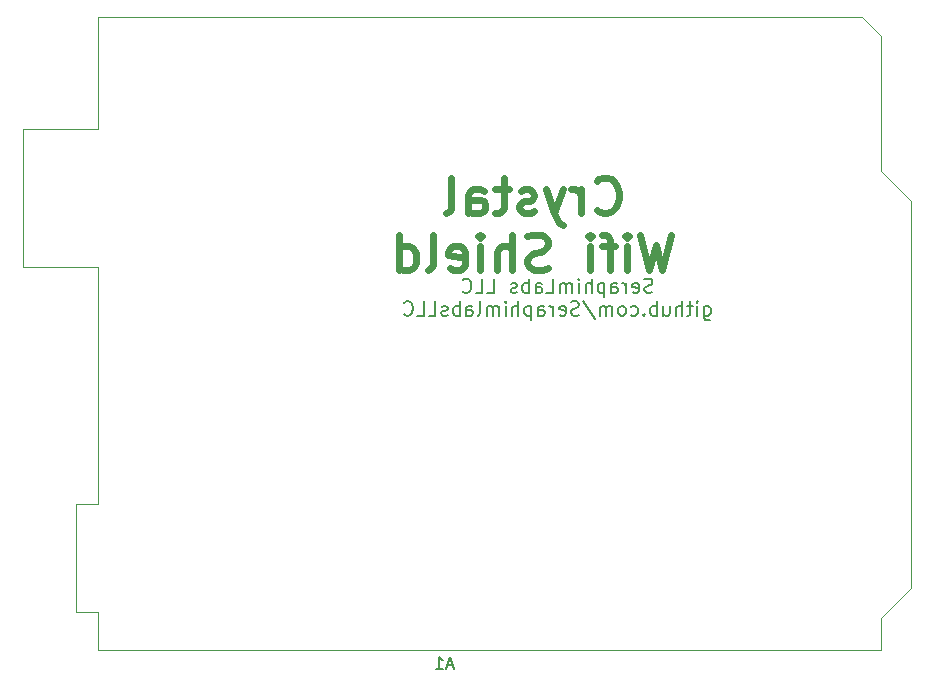
<source format=gbr>
%TF.GenerationSoftware,KiCad,Pcbnew,7.0.6*%
%TF.CreationDate,2024-01-13T17:51:29-05:00*%
%TF.ProjectId,Crystal Shield,43727973-7461-46c2-9053-6869656c642e,rev?*%
%TF.SameCoordinates,PX1312d00PY1312d00*%
%TF.FileFunction,Legend,Bot*%
%TF.FilePolarity,Positive*%
%FSLAX46Y46*%
G04 Gerber Fmt 4.6, Leading zero omitted, Abs format (unit mm)*
G04 Created by KiCad (PCBNEW 7.0.6) date 2024-01-13 17:51:29*
%MOMM*%
%LPD*%
G01*
G04 APERTURE LIST*
%ADD10C,0.600000*%
%ADD11C,0.150000*%
%ADD12C,0.120000*%
G04 APERTURE END LIST*
D10*
X42337142Y-16445942D02*
X42479999Y-16588800D01*
X42479999Y-16588800D02*
X42908571Y-16731657D01*
X42908571Y-16731657D02*
X43194285Y-16731657D01*
X43194285Y-16731657D02*
X43622856Y-16588800D01*
X43622856Y-16588800D02*
X43908571Y-16303085D01*
X43908571Y-16303085D02*
X44051428Y-16017371D01*
X44051428Y-16017371D02*
X44194285Y-15445942D01*
X44194285Y-15445942D02*
X44194285Y-15017371D01*
X44194285Y-15017371D02*
X44051428Y-14445942D01*
X44051428Y-14445942D02*
X43908571Y-14160228D01*
X43908571Y-14160228D02*
X43622856Y-13874514D01*
X43622856Y-13874514D02*
X43194285Y-13731657D01*
X43194285Y-13731657D02*
X42908571Y-13731657D01*
X42908571Y-13731657D02*
X42479999Y-13874514D01*
X42479999Y-13874514D02*
X42337142Y-14017371D01*
X41051428Y-16731657D02*
X41051428Y-14731657D01*
X41051428Y-15303085D02*
X40908571Y-15017371D01*
X40908571Y-15017371D02*
X40765714Y-14874514D01*
X40765714Y-14874514D02*
X40479999Y-14731657D01*
X40479999Y-14731657D02*
X40194285Y-14731657D01*
X39479999Y-14731657D02*
X38765713Y-16731657D01*
X38051428Y-14731657D02*
X38765713Y-16731657D01*
X38765713Y-16731657D02*
X39051428Y-17445942D01*
X39051428Y-17445942D02*
X39194285Y-17588800D01*
X39194285Y-17588800D02*
X39479999Y-17731657D01*
X37051428Y-16588800D02*
X36765714Y-16731657D01*
X36765714Y-16731657D02*
X36194285Y-16731657D01*
X36194285Y-16731657D02*
X35908571Y-16588800D01*
X35908571Y-16588800D02*
X35765714Y-16303085D01*
X35765714Y-16303085D02*
X35765714Y-16160228D01*
X35765714Y-16160228D02*
X35908571Y-15874514D01*
X35908571Y-15874514D02*
X36194285Y-15731657D01*
X36194285Y-15731657D02*
X36622857Y-15731657D01*
X36622857Y-15731657D02*
X36908571Y-15588800D01*
X36908571Y-15588800D02*
X37051428Y-15303085D01*
X37051428Y-15303085D02*
X37051428Y-15160228D01*
X37051428Y-15160228D02*
X36908571Y-14874514D01*
X36908571Y-14874514D02*
X36622857Y-14731657D01*
X36622857Y-14731657D02*
X36194285Y-14731657D01*
X36194285Y-14731657D02*
X35908571Y-14874514D01*
X34908571Y-14731657D02*
X33765714Y-14731657D01*
X34480000Y-13731657D02*
X34480000Y-16303085D01*
X34480000Y-16303085D02*
X34337143Y-16588800D01*
X34337143Y-16588800D02*
X34051428Y-16731657D01*
X34051428Y-16731657D02*
X33765714Y-16731657D01*
X31480000Y-16731657D02*
X31480000Y-15160228D01*
X31480000Y-15160228D02*
X31622857Y-14874514D01*
X31622857Y-14874514D02*
X31908571Y-14731657D01*
X31908571Y-14731657D02*
X32480000Y-14731657D01*
X32480000Y-14731657D02*
X32765714Y-14874514D01*
X31480000Y-16588800D02*
X31765714Y-16731657D01*
X31765714Y-16731657D02*
X32480000Y-16731657D01*
X32480000Y-16731657D02*
X32765714Y-16588800D01*
X32765714Y-16588800D02*
X32908571Y-16303085D01*
X32908571Y-16303085D02*
X32908571Y-16017371D01*
X32908571Y-16017371D02*
X32765714Y-15731657D01*
X32765714Y-15731657D02*
X32480000Y-15588800D01*
X32480000Y-15588800D02*
X31765714Y-15588800D01*
X31765714Y-15588800D02*
X31480000Y-15445942D01*
X29622856Y-16731657D02*
X29908571Y-16588800D01*
X29908571Y-16588800D02*
X30051428Y-16303085D01*
X30051428Y-16303085D02*
X30051428Y-13731657D01*
X48622856Y-18561657D02*
X47908570Y-21561657D01*
X47908570Y-21561657D02*
X47337142Y-19418800D01*
X47337142Y-19418800D02*
X46765713Y-21561657D01*
X46765713Y-21561657D02*
X46051428Y-18561657D01*
X44908571Y-21561657D02*
X44908571Y-19561657D01*
X44908571Y-18561657D02*
X45051428Y-18704514D01*
X45051428Y-18704514D02*
X44908571Y-18847371D01*
X44908571Y-18847371D02*
X44765714Y-18704514D01*
X44765714Y-18704514D02*
X44908571Y-18561657D01*
X44908571Y-18561657D02*
X44908571Y-18847371D01*
X43908571Y-19561657D02*
X42765714Y-19561657D01*
X43480000Y-21561657D02*
X43480000Y-18990228D01*
X43480000Y-18990228D02*
X43337143Y-18704514D01*
X43337143Y-18704514D02*
X43051428Y-18561657D01*
X43051428Y-18561657D02*
X42765714Y-18561657D01*
X41765714Y-21561657D02*
X41765714Y-19561657D01*
X41765714Y-18561657D02*
X41908571Y-18704514D01*
X41908571Y-18704514D02*
X41765714Y-18847371D01*
X41765714Y-18847371D02*
X41622857Y-18704514D01*
X41622857Y-18704514D02*
X41765714Y-18561657D01*
X41765714Y-18561657D02*
X41765714Y-18847371D01*
X38194286Y-21418800D02*
X37765715Y-21561657D01*
X37765715Y-21561657D02*
X37051429Y-21561657D01*
X37051429Y-21561657D02*
X36765715Y-21418800D01*
X36765715Y-21418800D02*
X36622857Y-21275942D01*
X36622857Y-21275942D02*
X36480000Y-20990228D01*
X36480000Y-20990228D02*
X36480000Y-20704514D01*
X36480000Y-20704514D02*
X36622857Y-20418800D01*
X36622857Y-20418800D02*
X36765715Y-20275942D01*
X36765715Y-20275942D02*
X37051429Y-20133085D01*
X37051429Y-20133085D02*
X37622857Y-19990228D01*
X37622857Y-19990228D02*
X37908572Y-19847371D01*
X37908572Y-19847371D02*
X38051429Y-19704514D01*
X38051429Y-19704514D02*
X38194286Y-19418800D01*
X38194286Y-19418800D02*
X38194286Y-19133085D01*
X38194286Y-19133085D02*
X38051429Y-18847371D01*
X38051429Y-18847371D02*
X37908572Y-18704514D01*
X37908572Y-18704514D02*
X37622857Y-18561657D01*
X37622857Y-18561657D02*
X36908572Y-18561657D01*
X36908572Y-18561657D02*
X36480000Y-18704514D01*
X35194286Y-21561657D02*
X35194286Y-18561657D01*
X33908572Y-21561657D02*
X33908572Y-19990228D01*
X33908572Y-19990228D02*
X34051429Y-19704514D01*
X34051429Y-19704514D02*
X34337143Y-19561657D01*
X34337143Y-19561657D02*
X34765714Y-19561657D01*
X34765714Y-19561657D02*
X35051429Y-19704514D01*
X35051429Y-19704514D02*
X35194286Y-19847371D01*
X32480000Y-21561657D02*
X32480000Y-19561657D01*
X32480000Y-18561657D02*
X32622857Y-18704514D01*
X32622857Y-18704514D02*
X32480000Y-18847371D01*
X32480000Y-18847371D02*
X32337143Y-18704514D01*
X32337143Y-18704514D02*
X32480000Y-18561657D01*
X32480000Y-18561657D02*
X32480000Y-18847371D01*
X29908572Y-21418800D02*
X30194286Y-21561657D01*
X30194286Y-21561657D02*
X30765715Y-21561657D01*
X30765715Y-21561657D02*
X31051429Y-21418800D01*
X31051429Y-21418800D02*
X31194286Y-21133085D01*
X31194286Y-21133085D02*
X31194286Y-19990228D01*
X31194286Y-19990228D02*
X31051429Y-19704514D01*
X31051429Y-19704514D02*
X30765715Y-19561657D01*
X30765715Y-19561657D02*
X30194286Y-19561657D01*
X30194286Y-19561657D02*
X29908572Y-19704514D01*
X29908572Y-19704514D02*
X29765715Y-19990228D01*
X29765715Y-19990228D02*
X29765715Y-20275942D01*
X29765715Y-20275942D02*
X31194286Y-20561657D01*
X28051428Y-21561657D02*
X28337143Y-21418800D01*
X28337143Y-21418800D02*
X28480000Y-21133085D01*
X28480000Y-21133085D02*
X28480000Y-18561657D01*
X25622857Y-21561657D02*
X25622857Y-18561657D01*
X25622857Y-21418800D02*
X25908571Y-21561657D01*
X25908571Y-21561657D02*
X26479999Y-21561657D01*
X26479999Y-21561657D02*
X26765714Y-21418800D01*
X26765714Y-21418800D02*
X26908571Y-21275942D01*
X26908571Y-21275942D02*
X27051428Y-20990228D01*
X27051428Y-20990228D02*
X27051428Y-20133085D01*
X27051428Y-20133085D02*
X26908571Y-19847371D01*
X26908571Y-19847371D02*
X26765714Y-19704514D01*
X26765714Y-19704514D02*
X26479999Y-19561657D01*
X26479999Y-19561657D02*
X25908571Y-19561657D01*
X25908571Y-19561657D02*
X25622857Y-19704514D01*
D11*
X47058571Y-23416200D02*
X46887143Y-23473342D01*
X46887143Y-23473342D02*
X46601428Y-23473342D01*
X46601428Y-23473342D02*
X46487143Y-23416200D01*
X46487143Y-23416200D02*
X46430000Y-23359057D01*
X46430000Y-23359057D02*
X46372857Y-23244771D01*
X46372857Y-23244771D02*
X46372857Y-23130485D01*
X46372857Y-23130485D02*
X46430000Y-23016200D01*
X46430000Y-23016200D02*
X46487143Y-22959057D01*
X46487143Y-22959057D02*
X46601428Y-22901914D01*
X46601428Y-22901914D02*
X46830000Y-22844771D01*
X46830000Y-22844771D02*
X46944285Y-22787628D01*
X46944285Y-22787628D02*
X47001428Y-22730485D01*
X47001428Y-22730485D02*
X47058571Y-22616200D01*
X47058571Y-22616200D02*
X47058571Y-22501914D01*
X47058571Y-22501914D02*
X47001428Y-22387628D01*
X47001428Y-22387628D02*
X46944285Y-22330485D01*
X46944285Y-22330485D02*
X46830000Y-22273342D01*
X46830000Y-22273342D02*
X46544285Y-22273342D01*
X46544285Y-22273342D02*
X46372857Y-22330485D01*
X45401428Y-23416200D02*
X45515714Y-23473342D01*
X45515714Y-23473342D02*
X45744286Y-23473342D01*
X45744286Y-23473342D02*
X45858571Y-23416200D01*
X45858571Y-23416200D02*
X45915714Y-23301914D01*
X45915714Y-23301914D02*
X45915714Y-22844771D01*
X45915714Y-22844771D02*
X45858571Y-22730485D01*
X45858571Y-22730485D02*
X45744286Y-22673342D01*
X45744286Y-22673342D02*
X45515714Y-22673342D01*
X45515714Y-22673342D02*
X45401428Y-22730485D01*
X45401428Y-22730485D02*
X45344286Y-22844771D01*
X45344286Y-22844771D02*
X45344286Y-22959057D01*
X45344286Y-22959057D02*
X45915714Y-23073342D01*
X44830000Y-23473342D02*
X44830000Y-22673342D01*
X44830000Y-22901914D02*
X44772857Y-22787628D01*
X44772857Y-22787628D02*
X44715715Y-22730485D01*
X44715715Y-22730485D02*
X44601429Y-22673342D01*
X44601429Y-22673342D02*
X44487143Y-22673342D01*
X43572858Y-23473342D02*
X43572858Y-22844771D01*
X43572858Y-22844771D02*
X43630000Y-22730485D01*
X43630000Y-22730485D02*
X43744286Y-22673342D01*
X43744286Y-22673342D02*
X43972858Y-22673342D01*
X43972858Y-22673342D02*
X44087143Y-22730485D01*
X43572858Y-23416200D02*
X43687143Y-23473342D01*
X43687143Y-23473342D02*
X43972858Y-23473342D01*
X43972858Y-23473342D02*
X44087143Y-23416200D01*
X44087143Y-23416200D02*
X44144286Y-23301914D01*
X44144286Y-23301914D02*
X44144286Y-23187628D01*
X44144286Y-23187628D02*
X44087143Y-23073342D01*
X44087143Y-23073342D02*
X43972858Y-23016200D01*
X43972858Y-23016200D02*
X43687143Y-23016200D01*
X43687143Y-23016200D02*
X43572858Y-22959057D01*
X43001429Y-22673342D02*
X43001429Y-23873342D01*
X43001429Y-22730485D02*
X42887144Y-22673342D01*
X42887144Y-22673342D02*
X42658572Y-22673342D01*
X42658572Y-22673342D02*
X42544286Y-22730485D01*
X42544286Y-22730485D02*
X42487144Y-22787628D01*
X42487144Y-22787628D02*
X42430001Y-22901914D01*
X42430001Y-22901914D02*
X42430001Y-23244771D01*
X42430001Y-23244771D02*
X42487144Y-23359057D01*
X42487144Y-23359057D02*
X42544286Y-23416200D01*
X42544286Y-23416200D02*
X42658572Y-23473342D01*
X42658572Y-23473342D02*
X42887144Y-23473342D01*
X42887144Y-23473342D02*
X43001429Y-23416200D01*
X41915715Y-23473342D02*
X41915715Y-22273342D01*
X41401430Y-23473342D02*
X41401430Y-22844771D01*
X41401430Y-22844771D02*
X41458572Y-22730485D01*
X41458572Y-22730485D02*
X41572858Y-22673342D01*
X41572858Y-22673342D02*
X41744287Y-22673342D01*
X41744287Y-22673342D02*
X41858572Y-22730485D01*
X41858572Y-22730485D02*
X41915715Y-22787628D01*
X40830001Y-23473342D02*
X40830001Y-22673342D01*
X40830001Y-22273342D02*
X40887144Y-22330485D01*
X40887144Y-22330485D02*
X40830001Y-22387628D01*
X40830001Y-22387628D02*
X40772858Y-22330485D01*
X40772858Y-22330485D02*
X40830001Y-22273342D01*
X40830001Y-22273342D02*
X40830001Y-22387628D01*
X40258572Y-23473342D02*
X40258572Y-22673342D01*
X40258572Y-22787628D02*
X40201429Y-22730485D01*
X40201429Y-22730485D02*
X40087144Y-22673342D01*
X40087144Y-22673342D02*
X39915715Y-22673342D01*
X39915715Y-22673342D02*
X39801429Y-22730485D01*
X39801429Y-22730485D02*
X39744287Y-22844771D01*
X39744287Y-22844771D02*
X39744287Y-23473342D01*
X39744287Y-22844771D02*
X39687144Y-22730485D01*
X39687144Y-22730485D02*
X39572858Y-22673342D01*
X39572858Y-22673342D02*
X39401429Y-22673342D01*
X39401429Y-22673342D02*
X39287144Y-22730485D01*
X39287144Y-22730485D02*
X39230001Y-22844771D01*
X39230001Y-22844771D02*
X39230001Y-23473342D01*
X38087144Y-23473342D02*
X38658572Y-23473342D01*
X38658572Y-23473342D02*
X38658572Y-22273342D01*
X37172858Y-23473342D02*
X37172858Y-22844771D01*
X37172858Y-22844771D02*
X37230000Y-22730485D01*
X37230000Y-22730485D02*
X37344286Y-22673342D01*
X37344286Y-22673342D02*
X37572858Y-22673342D01*
X37572858Y-22673342D02*
X37687143Y-22730485D01*
X37172858Y-23416200D02*
X37287143Y-23473342D01*
X37287143Y-23473342D02*
X37572858Y-23473342D01*
X37572858Y-23473342D02*
X37687143Y-23416200D01*
X37687143Y-23416200D02*
X37744286Y-23301914D01*
X37744286Y-23301914D02*
X37744286Y-23187628D01*
X37744286Y-23187628D02*
X37687143Y-23073342D01*
X37687143Y-23073342D02*
X37572858Y-23016200D01*
X37572858Y-23016200D02*
X37287143Y-23016200D01*
X37287143Y-23016200D02*
X37172858Y-22959057D01*
X36601429Y-23473342D02*
X36601429Y-22273342D01*
X36601429Y-22730485D02*
X36487144Y-22673342D01*
X36487144Y-22673342D02*
X36258572Y-22673342D01*
X36258572Y-22673342D02*
X36144286Y-22730485D01*
X36144286Y-22730485D02*
X36087144Y-22787628D01*
X36087144Y-22787628D02*
X36030001Y-22901914D01*
X36030001Y-22901914D02*
X36030001Y-23244771D01*
X36030001Y-23244771D02*
X36087144Y-23359057D01*
X36087144Y-23359057D02*
X36144286Y-23416200D01*
X36144286Y-23416200D02*
X36258572Y-23473342D01*
X36258572Y-23473342D02*
X36487144Y-23473342D01*
X36487144Y-23473342D02*
X36601429Y-23416200D01*
X35572858Y-23416200D02*
X35458572Y-23473342D01*
X35458572Y-23473342D02*
X35230001Y-23473342D01*
X35230001Y-23473342D02*
X35115715Y-23416200D01*
X35115715Y-23416200D02*
X35058572Y-23301914D01*
X35058572Y-23301914D02*
X35058572Y-23244771D01*
X35058572Y-23244771D02*
X35115715Y-23130485D01*
X35115715Y-23130485D02*
X35230001Y-23073342D01*
X35230001Y-23073342D02*
X35401430Y-23073342D01*
X35401430Y-23073342D02*
X35515715Y-23016200D01*
X35515715Y-23016200D02*
X35572858Y-22901914D01*
X35572858Y-22901914D02*
X35572858Y-22844771D01*
X35572858Y-22844771D02*
X35515715Y-22730485D01*
X35515715Y-22730485D02*
X35401430Y-22673342D01*
X35401430Y-22673342D02*
X35230001Y-22673342D01*
X35230001Y-22673342D02*
X35115715Y-22730485D01*
X33058572Y-23473342D02*
X33630000Y-23473342D01*
X33630000Y-23473342D02*
X33630000Y-22273342D01*
X32087143Y-23473342D02*
X32658571Y-23473342D01*
X32658571Y-23473342D02*
X32658571Y-22273342D01*
X31001428Y-23359057D02*
X31058571Y-23416200D01*
X31058571Y-23416200D02*
X31229999Y-23473342D01*
X31229999Y-23473342D02*
X31344285Y-23473342D01*
X31344285Y-23473342D02*
X31515714Y-23416200D01*
X31515714Y-23416200D02*
X31629999Y-23301914D01*
X31629999Y-23301914D02*
X31687142Y-23187628D01*
X31687142Y-23187628D02*
X31744285Y-22959057D01*
X31744285Y-22959057D02*
X31744285Y-22787628D01*
X31744285Y-22787628D02*
X31687142Y-22559057D01*
X31687142Y-22559057D02*
X31629999Y-22444771D01*
X31629999Y-22444771D02*
X31515714Y-22330485D01*
X31515714Y-22330485D02*
X31344285Y-22273342D01*
X31344285Y-22273342D02*
X31229999Y-22273342D01*
X31229999Y-22273342D02*
X31058571Y-22330485D01*
X31058571Y-22330485D02*
X31001428Y-22387628D01*
X51429999Y-24605342D02*
X51429999Y-25576771D01*
X51429999Y-25576771D02*
X51487141Y-25691057D01*
X51487141Y-25691057D02*
X51544284Y-25748200D01*
X51544284Y-25748200D02*
X51658570Y-25805342D01*
X51658570Y-25805342D02*
X51829999Y-25805342D01*
X51829999Y-25805342D02*
X51944284Y-25748200D01*
X51429999Y-25348200D02*
X51544284Y-25405342D01*
X51544284Y-25405342D02*
X51772856Y-25405342D01*
X51772856Y-25405342D02*
X51887141Y-25348200D01*
X51887141Y-25348200D02*
X51944284Y-25291057D01*
X51944284Y-25291057D02*
X52001427Y-25176771D01*
X52001427Y-25176771D02*
X52001427Y-24833914D01*
X52001427Y-24833914D02*
X51944284Y-24719628D01*
X51944284Y-24719628D02*
X51887141Y-24662485D01*
X51887141Y-24662485D02*
X51772856Y-24605342D01*
X51772856Y-24605342D02*
X51544284Y-24605342D01*
X51544284Y-24605342D02*
X51429999Y-24662485D01*
X50858570Y-25405342D02*
X50858570Y-24605342D01*
X50858570Y-24205342D02*
X50915713Y-24262485D01*
X50915713Y-24262485D02*
X50858570Y-24319628D01*
X50858570Y-24319628D02*
X50801427Y-24262485D01*
X50801427Y-24262485D02*
X50858570Y-24205342D01*
X50858570Y-24205342D02*
X50858570Y-24319628D01*
X50458570Y-24605342D02*
X50001427Y-24605342D01*
X50287141Y-24205342D02*
X50287141Y-25233914D01*
X50287141Y-25233914D02*
X50229998Y-25348200D01*
X50229998Y-25348200D02*
X50115713Y-25405342D01*
X50115713Y-25405342D02*
X50001427Y-25405342D01*
X49601427Y-25405342D02*
X49601427Y-24205342D01*
X49087142Y-25405342D02*
X49087142Y-24776771D01*
X49087142Y-24776771D02*
X49144284Y-24662485D01*
X49144284Y-24662485D02*
X49258570Y-24605342D01*
X49258570Y-24605342D02*
X49429999Y-24605342D01*
X49429999Y-24605342D02*
X49544284Y-24662485D01*
X49544284Y-24662485D02*
X49601427Y-24719628D01*
X48001428Y-24605342D02*
X48001428Y-25405342D01*
X48515713Y-24605342D02*
X48515713Y-25233914D01*
X48515713Y-25233914D02*
X48458570Y-25348200D01*
X48458570Y-25348200D02*
X48344285Y-25405342D01*
X48344285Y-25405342D02*
X48172856Y-25405342D01*
X48172856Y-25405342D02*
X48058570Y-25348200D01*
X48058570Y-25348200D02*
X48001428Y-25291057D01*
X47429999Y-25405342D02*
X47429999Y-24205342D01*
X47429999Y-24662485D02*
X47315714Y-24605342D01*
X47315714Y-24605342D02*
X47087142Y-24605342D01*
X47087142Y-24605342D02*
X46972856Y-24662485D01*
X46972856Y-24662485D02*
X46915714Y-24719628D01*
X46915714Y-24719628D02*
X46858571Y-24833914D01*
X46858571Y-24833914D02*
X46858571Y-25176771D01*
X46858571Y-25176771D02*
X46915714Y-25291057D01*
X46915714Y-25291057D02*
X46972856Y-25348200D01*
X46972856Y-25348200D02*
X47087142Y-25405342D01*
X47087142Y-25405342D02*
X47315714Y-25405342D01*
X47315714Y-25405342D02*
X47429999Y-25348200D01*
X46344285Y-25291057D02*
X46287142Y-25348200D01*
X46287142Y-25348200D02*
X46344285Y-25405342D01*
X46344285Y-25405342D02*
X46401428Y-25348200D01*
X46401428Y-25348200D02*
X46344285Y-25291057D01*
X46344285Y-25291057D02*
X46344285Y-25405342D01*
X45258571Y-25348200D02*
X45372856Y-25405342D01*
X45372856Y-25405342D02*
X45601428Y-25405342D01*
X45601428Y-25405342D02*
X45715713Y-25348200D01*
X45715713Y-25348200D02*
X45772856Y-25291057D01*
X45772856Y-25291057D02*
X45829999Y-25176771D01*
X45829999Y-25176771D02*
X45829999Y-24833914D01*
X45829999Y-24833914D02*
X45772856Y-24719628D01*
X45772856Y-24719628D02*
X45715713Y-24662485D01*
X45715713Y-24662485D02*
X45601428Y-24605342D01*
X45601428Y-24605342D02*
X45372856Y-24605342D01*
X45372856Y-24605342D02*
X45258571Y-24662485D01*
X44572857Y-25405342D02*
X44687142Y-25348200D01*
X44687142Y-25348200D02*
X44744285Y-25291057D01*
X44744285Y-25291057D02*
X44801428Y-25176771D01*
X44801428Y-25176771D02*
X44801428Y-24833914D01*
X44801428Y-24833914D02*
X44744285Y-24719628D01*
X44744285Y-24719628D02*
X44687142Y-24662485D01*
X44687142Y-24662485D02*
X44572857Y-24605342D01*
X44572857Y-24605342D02*
X44401428Y-24605342D01*
X44401428Y-24605342D02*
X44287142Y-24662485D01*
X44287142Y-24662485D02*
X44230000Y-24719628D01*
X44230000Y-24719628D02*
X44172857Y-24833914D01*
X44172857Y-24833914D02*
X44172857Y-25176771D01*
X44172857Y-25176771D02*
X44230000Y-25291057D01*
X44230000Y-25291057D02*
X44287142Y-25348200D01*
X44287142Y-25348200D02*
X44401428Y-25405342D01*
X44401428Y-25405342D02*
X44572857Y-25405342D01*
X43658571Y-25405342D02*
X43658571Y-24605342D01*
X43658571Y-24719628D02*
X43601428Y-24662485D01*
X43601428Y-24662485D02*
X43487143Y-24605342D01*
X43487143Y-24605342D02*
X43315714Y-24605342D01*
X43315714Y-24605342D02*
X43201428Y-24662485D01*
X43201428Y-24662485D02*
X43144286Y-24776771D01*
X43144286Y-24776771D02*
X43144286Y-25405342D01*
X43144286Y-24776771D02*
X43087143Y-24662485D01*
X43087143Y-24662485D02*
X42972857Y-24605342D01*
X42972857Y-24605342D02*
X42801428Y-24605342D01*
X42801428Y-24605342D02*
X42687143Y-24662485D01*
X42687143Y-24662485D02*
X42630000Y-24776771D01*
X42630000Y-24776771D02*
X42630000Y-25405342D01*
X41201428Y-24148200D02*
X42230000Y-25691057D01*
X40858571Y-25348200D02*
X40687143Y-25405342D01*
X40687143Y-25405342D02*
X40401428Y-25405342D01*
X40401428Y-25405342D02*
X40287143Y-25348200D01*
X40287143Y-25348200D02*
X40230000Y-25291057D01*
X40230000Y-25291057D02*
X40172857Y-25176771D01*
X40172857Y-25176771D02*
X40172857Y-25062485D01*
X40172857Y-25062485D02*
X40230000Y-24948200D01*
X40230000Y-24948200D02*
X40287143Y-24891057D01*
X40287143Y-24891057D02*
X40401428Y-24833914D01*
X40401428Y-24833914D02*
X40630000Y-24776771D01*
X40630000Y-24776771D02*
X40744285Y-24719628D01*
X40744285Y-24719628D02*
X40801428Y-24662485D01*
X40801428Y-24662485D02*
X40858571Y-24548200D01*
X40858571Y-24548200D02*
X40858571Y-24433914D01*
X40858571Y-24433914D02*
X40801428Y-24319628D01*
X40801428Y-24319628D02*
X40744285Y-24262485D01*
X40744285Y-24262485D02*
X40630000Y-24205342D01*
X40630000Y-24205342D02*
X40344285Y-24205342D01*
X40344285Y-24205342D02*
X40172857Y-24262485D01*
X39201428Y-25348200D02*
X39315714Y-25405342D01*
X39315714Y-25405342D02*
X39544286Y-25405342D01*
X39544286Y-25405342D02*
X39658571Y-25348200D01*
X39658571Y-25348200D02*
X39715714Y-25233914D01*
X39715714Y-25233914D02*
X39715714Y-24776771D01*
X39715714Y-24776771D02*
X39658571Y-24662485D01*
X39658571Y-24662485D02*
X39544286Y-24605342D01*
X39544286Y-24605342D02*
X39315714Y-24605342D01*
X39315714Y-24605342D02*
X39201428Y-24662485D01*
X39201428Y-24662485D02*
X39144286Y-24776771D01*
X39144286Y-24776771D02*
X39144286Y-24891057D01*
X39144286Y-24891057D02*
X39715714Y-25005342D01*
X38630000Y-25405342D02*
X38630000Y-24605342D01*
X38630000Y-24833914D02*
X38572857Y-24719628D01*
X38572857Y-24719628D02*
X38515715Y-24662485D01*
X38515715Y-24662485D02*
X38401429Y-24605342D01*
X38401429Y-24605342D02*
X38287143Y-24605342D01*
X37372858Y-25405342D02*
X37372858Y-24776771D01*
X37372858Y-24776771D02*
X37430000Y-24662485D01*
X37430000Y-24662485D02*
X37544286Y-24605342D01*
X37544286Y-24605342D02*
X37772858Y-24605342D01*
X37772858Y-24605342D02*
X37887143Y-24662485D01*
X37372858Y-25348200D02*
X37487143Y-25405342D01*
X37487143Y-25405342D02*
X37772858Y-25405342D01*
X37772858Y-25405342D02*
X37887143Y-25348200D01*
X37887143Y-25348200D02*
X37944286Y-25233914D01*
X37944286Y-25233914D02*
X37944286Y-25119628D01*
X37944286Y-25119628D02*
X37887143Y-25005342D01*
X37887143Y-25005342D02*
X37772858Y-24948200D01*
X37772858Y-24948200D02*
X37487143Y-24948200D01*
X37487143Y-24948200D02*
X37372858Y-24891057D01*
X36801429Y-24605342D02*
X36801429Y-25805342D01*
X36801429Y-24662485D02*
X36687144Y-24605342D01*
X36687144Y-24605342D02*
X36458572Y-24605342D01*
X36458572Y-24605342D02*
X36344286Y-24662485D01*
X36344286Y-24662485D02*
X36287144Y-24719628D01*
X36287144Y-24719628D02*
X36230001Y-24833914D01*
X36230001Y-24833914D02*
X36230001Y-25176771D01*
X36230001Y-25176771D02*
X36287144Y-25291057D01*
X36287144Y-25291057D02*
X36344286Y-25348200D01*
X36344286Y-25348200D02*
X36458572Y-25405342D01*
X36458572Y-25405342D02*
X36687144Y-25405342D01*
X36687144Y-25405342D02*
X36801429Y-25348200D01*
X35715715Y-25405342D02*
X35715715Y-24205342D01*
X35201430Y-25405342D02*
X35201430Y-24776771D01*
X35201430Y-24776771D02*
X35258572Y-24662485D01*
X35258572Y-24662485D02*
X35372858Y-24605342D01*
X35372858Y-24605342D02*
X35544287Y-24605342D01*
X35544287Y-24605342D02*
X35658572Y-24662485D01*
X35658572Y-24662485D02*
X35715715Y-24719628D01*
X34630001Y-25405342D02*
X34630001Y-24605342D01*
X34630001Y-24205342D02*
X34687144Y-24262485D01*
X34687144Y-24262485D02*
X34630001Y-24319628D01*
X34630001Y-24319628D02*
X34572858Y-24262485D01*
X34572858Y-24262485D02*
X34630001Y-24205342D01*
X34630001Y-24205342D02*
X34630001Y-24319628D01*
X34058572Y-25405342D02*
X34058572Y-24605342D01*
X34058572Y-24719628D02*
X34001429Y-24662485D01*
X34001429Y-24662485D02*
X33887144Y-24605342D01*
X33887144Y-24605342D02*
X33715715Y-24605342D01*
X33715715Y-24605342D02*
X33601429Y-24662485D01*
X33601429Y-24662485D02*
X33544287Y-24776771D01*
X33544287Y-24776771D02*
X33544287Y-25405342D01*
X33544287Y-24776771D02*
X33487144Y-24662485D01*
X33487144Y-24662485D02*
X33372858Y-24605342D01*
X33372858Y-24605342D02*
X33201429Y-24605342D01*
X33201429Y-24605342D02*
X33087144Y-24662485D01*
X33087144Y-24662485D02*
X33030001Y-24776771D01*
X33030001Y-24776771D02*
X33030001Y-25405342D01*
X32287144Y-25405342D02*
X32401429Y-25348200D01*
X32401429Y-25348200D02*
X32458572Y-25233914D01*
X32458572Y-25233914D02*
X32458572Y-24205342D01*
X31315716Y-25405342D02*
X31315716Y-24776771D01*
X31315716Y-24776771D02*
X31372858Y-24662485D01*
X31372858Y-24662485D02*
X31487144Y-24605342D01*
X31487144Y-24605342D02*
X31715716Y-24605342D01*
X31715716Y-24605342D02*
X31830001Y-24662485D01*
X31315716Y-25348200D02*
X31430001Y-25405342D01*
X31430001Y-25405342D02*
X31715716Y-25405342D01*
X31715716Y-25405342D02*
X31830001Y-25348200D01*
X31830001Y-25348200D02*
X31887144Y-25233914D01*
X31887144Y-25233914D02*
X31887144Y-25119628D01*
X31887144Y-25119628D02*
X31830001Y-25005342D01*
X31830001Y-25005342D02*
X31715716Y-24948200D01*
X31715716Y-24948200D02*
X31430001Y-24948200D01*
X31430001Y-24948200D02*
X31315716Y-24891057D01*
X30744287Y-25405342D02*
X30744287Y-24205342D01*
X30744287Y-24662485D02*
X30630002Y-24605342D01*
X30630002Y-24605342D02*
X30401430Y-24605342D01*
X30401430Y-24605342D02*
X30287144Y-24662485D01*
X30287144Y-24662485D02*
X30230002Y-24719628D01*
X30230002Y-24719628D02*
X30172859Y-24833914D01*
X30172859Y-24833914D02*
X30172859Y-25176771D01*
X30172859Y-25176771D02*
X30230002Y-25291057D01*
X30230002Y-25291057D02*
X30287144Y-25348200D01*
X30287144Y-25348200D02*
X30401430Y-25405342D01*
X30401430Y-25405342D02*
X30630002Y-25405342D01*
X30630002Y-25405342D02*
X30744287Y-25348200D01*
X29715716Y-25348200D02*
X29601430Y-25405342D01*
X29601430Y-25405342D02*
X29372859Y-25405342D01*
X29372859Y-25405342D02*
X29258573Y-25348200D01*
X29258573Y-25348200D02*
X29201430Y-25233914D01*
X29201430Y-25233914D02*
X29201430Y-25176771D01*
X29201430Y-25176771D02*
X29258573Y-25062485D01*
X29258573Y-25062485D02*
X29372859Y-25005342D01*
X29372859Y-25005342D02*
X29544288Y-25005342D01*
X29544288Y-25005342D02*
X29658573Y-24948200D01*
X29658573Y-24948200D02*
X29715716Y-24833914D01*
X29715716Y-24833914D02*
X29715716Y-24776771D01*
X29715716Y-24776771D02*
X29658573Y-24662485D01*
X29658573Y-24662485D02*
X29544288Y-24605342D01*
X29544288Y-24605342D02*
X29372859Y-24605342D01*
X29372859Y-24605342D02*
X29258573Y-24662485D01*
X28115716Y-25405342D02*
X28687144Y-25405342D01*
X28687144Y-25405342D02*
X28687144Y-24205342D01*
X27144287Y-25405342D02*
X27715715Y-25405342D01*
X27715715Y-25405342D02*
X27715715Y-24205342D01*
X26058572Y-25291057D02*
X26115715Y-25348200D01*
X26115715Y-25348200D02*
X26287143Y-25405342D01*
X26287143Y-25405342D02*
X26401429Y-25405342D01*
X26401429Y-25405342D02*
X26572858Y-25348200D01*
X26572858Y-25348200D02*
X26687143Y-25233914D01*
X26687143Y-25233914D02*
X26744286Y-25119628D01*
X26744286Y-25119628D02*
X26801429Y-24891057D01*
X26801429Y-24891057D02*
X26801429Y-24719628D01*
X26801429Y-24719628D02*
X26744286Y-24491057D01*
X26744286Y-24491057D02*
X26687143Y-24376771D01*
X26687143Y-24376771D02*
X26572858Y-24262485D01*
X26572858Y-24262485D02*
X26401429Y-24205342D01*
X26401429Y-24205342D02*
X26287143Y-24205342D01*
X26287143Y-24205342D02*
X26115715Y-24262485D01*
X26115715Y-24262485D02*
X26058572Y-24319628D01*
X30174285Y-55029104D02*
X29698095Y-55029104D01*
X30269523Y-55314819D02*
X29936190Y-54314819D01*
X29936190Y-54314819D02*
X29602857Y-55314819D01*
X28745714Y-55314819D02*
X29317142Y-55314819D01*
X29031428Y-55314819D02*
X29031428Y-54314819D01*
X29031428Y-54314819D02*
X29126666Y-54457676D01*
X29126666Y-54457676D02*
X29221904Y-54552914D01*
X29221904Y-54552914D02*
X29317142Y-54600533D01*
D12*
%TO.C,A1*%
X-6230000Y-9650000D02*
X120000Y-9650000D01*
X-6230000Y-21330000D02*
X-6230000Y-9650000D01*
X-1780000Y-41400000D02*
X120000Y-41400000D01*
X-1780000Y-50540000D02*
X-1780000Y-41400000D01*
X120000Y-120000D02*
X64770000Y-120000D01*
X120000Y-9650000D02*
X120000Y-120000D01*
X120000Y-21330000D02*
X-6230000Y-21330000D01*
X120000Y-41400000D02*
X120000Y-21330000D01*
X120000Y-50540000D02*
X-1780000Y-50540000D01*
X120000Y-53720000D02*
X120000Y-50540000D01*
X64770000Y-120000D02*
X66420000Y-1770000D01*
X66420000Y-1770000D02*
X66420000Y-13200000D01*
X66420000Y-13200000D02*
X68960000Y-15740000D01*
X66420000Y-51050000D02*
X66420000Y-53720000D01*
X66420000Y-53720000D02*
X120000Y-53720000D01*
X68960000Y-15740000D02*
X68960000Y-48510000D01*
X68960000Y-48510000D02*
X66420000Y-51050000D01*
%TD*%
M02*

</source>
